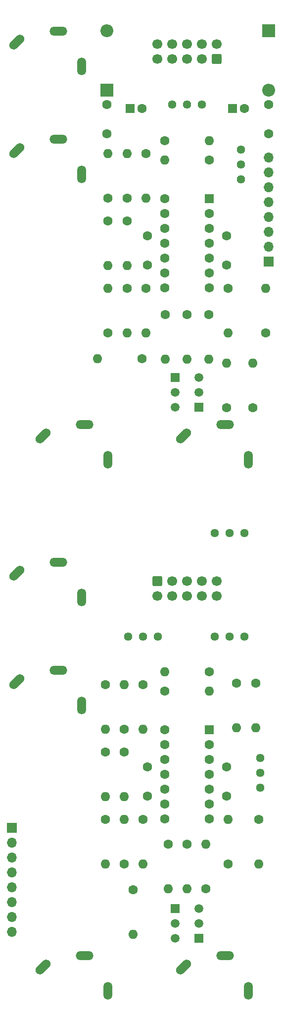
<source format=gbs>
%TF.GenerationSoftware,KiCad,Pcbnew,9.0.0*%
%TF.CreationDate,2025-03-16T11:49:47+01:00*%
%TF.ProjectId,DMH_Transistor_VCA_PCB,444d485f-5472-4616-9e73-6973746f725f,1*%
%TF.SameCoordinates,Original*%
%TF.FileFunction,Soldermask,Bot*%
%TF.FilePolarity,Negative*%
%FSLAX46Y46*%
G04 Gerber Fmt 4.6, Leading zero omitted, Abs format (unit mm)*
G04 Created by KiCad (PCBNEW 9.0.0) date 2025-03-16 11:49:47*
%MOMM*%
%LPD*%
G01*
G04 APERTURE LIST*
G04 Aperture macros list*
%AMRoundRect*
0 Rectangle with rounded corners*
0 $1 Rounding radius*
0 $2 $3 $4 $5 $6 $7 $8 $9 X,Y pos of 4 corners*
0 Add a 4 corners polygon primitive as box body*
4,1,4,$2,$3,$4,$5,$6,$7,$8,$9,$2,$3,0*
0 Add four circle primitives for the rounded corners*
1,1,$1+$1,$2,$3*
1,1,$1+$1,$4,$5*
1,1,$1+$1,$6,$7*
1,1,$1+$1,$8,$9*
0 Add four rect primitives between the rounded corners*
20,1,$1+$1,$2,$3,$4,$5,0*
20,1,$1+$1,$4,$5,$6,$7,0*
20,1,$1+$1,$6,$7,$8,$9,0*
20,1,$1+$1,$8,$9,$2,$3,0*%
%AMHorizOval*
0 Thick line with rounded ends*
0 $1 width*
0 $2 $3 position (X,Y) of the first rounded end (center of the circle)*
0 $4 $5 position (X,Y) of the second rounded end (center of the circle)*
0 Add line between two ends*
20,1,$1,$2,$3,$4,$5,0*
0 Add two circle primitives to create the rounded ends*
1,1,$1,$2,$3*
1,1,$1,$4,$5*%
G04 Aperture macros list end*
%ADD10RoundRect,0.250000X0.550000X0.550000X-0.550000X0.550000X-0.550000X-0.550000X0.550000X-0.550000X0*%
%ADD11C,1.600000*%
%ADD12R,1.700000X1.700000*%
%ADD13O,1.700000X1.700000*%
%ADD14HorizOval,1.508000X-0.533159X-0.533159X0.533159X0.533159X0*%
%ADD15O,1.508000X3.016000*%
%ADD16O,3.016000X1.508000*%
%ADD17O,1.600000X1.600000*%
%ADD18R,2.200000X2.200000*%
%ADD19O,2.200000X2.200000*%
%ADD20R,1.600000X1.600000*%
%ADD21R,1.500000X1.500000*%
%ADD22C,1.500000*%
%ADD23C,1.440000*%
%ADD24RoundRect,0.250000X-0.600000X0.600000X-0.600000X-0.600000X0.600000X-0.600000X0.600000X0.600000X0*%
%ADD25C,1.700000*%
%ADD26RoundRect,0.250000X0.600000X-0.600000X0.600000X0.600000X-0.600000X0.600000X-0.600000X-0.600000X0*%
G04 APERTURE END LIST*
D10*
%TO.C,U1*%
X86800000Y-72875000D03*
D11*
X86800000Y-75415000D03*
X86800000Y-77955000D03*
X86800000Y-80495000D03*
X86800000Y-83035000D03*
X86800000Y-85575000D03*
X86800000Y-88115000D03*
X79180000Y-88115000D03*
X79180000Y-85575000D03*
X79180000Y-83035000D03*
X79180000Y-80495000D03*
X79180000Y-77955000D03*
X79180000Y-75415000D03*
X79180000Y-72875000D03*
%TD*%
D10*
%TO.C,U2*%
X86800000Y-163625000D03*
D11*
X86800000Y-166165000D03*
X86800000Y-168705000D03*
X86800000Y-171245000D03*
X86800000Y-173785000D03*
X86800000Y-176325000D03*
X86800000Y-178865000D03*
X79180000Y-178865000D03*
X79180000Y-176325000D03*
X79180000Y-173785000D03*
X79180000Y-171245000D03*
X79180000Y-168705000D03*
X79180000Y-166165000D03*
X79180000Y-163625000D03*
%TD*%
D12*
%TO.C,J60*%
X53000000Y-180375000D03*
D13*
X53000000Y-182915000D03*
X53000000Y-185455000D03*
X53000000Y-187995000D03*
X53000000Y-190535000D03*
X53000000Y-193075000D03*
X53000000Y-195615000D03*
X53000000Y-198155000D03*
%TD*%
D14*
%TO.C,J1*%
X53903810Y-46153810D03*
D15*
X65000000Y-50250000D03*
D16*
X61000000Y-44250000D03*
%TD*%
D14*
%TO.C,J3*%
X58403810Y-113403810D03*
D15*
X69500000Y-117500000D03*
D16*
X65500000Y-111500000D03*
%TD*%
D14*
%TO.C,J5*%
X53903810Y-136903810D03*
D15*
X65000000Y-141000000D03*
D16*
X61000000Y-135000000D03*
%TD*%
D12*
%TO.C,J50*%
X97000000Y-83620000D03*
D13*
X97000000Y-81080000D03*
X97000000Y-78540000D03*
X97000000Y-76000000D03*
X97000000Y-73460000D03*
X97000000Y-70920000D03*
X97000000Y-68380000D03*
X97000000Y-65840000D03*
%TD*%
D14*
%TO.C,J7*%
X58403810Y-204153810D03*
D15*
X69500000Y-208250000D03*
D16*
X65500000Y-202250000D03*
%TD*%
D14*
%TO.C,J6*%
X53903810Y-155403810D03*
D15*
X65000000Y-159500000D03*
D16*
X61000000Y-153500000D03*
%TD*%
D14*
%TO.C,J8*%
X82403810Y-204153810D03*
D15*
X93500000Y-208250000D03*
D16*
X89500000Y-202250000D03*
%TD*%
D14*
%TO.C,J2*%
X53903810Y-64653810D03*
D15*
X65000000Y-68750000D03*
D16*
X61000000Y-62750000D03*
%TD*%
D14*
%TO.C,J4*%
X82403810Y-113403810D03*
D15*
X93500000Y-117500000D03*
D16*
X89500000Y-111500000D03*
%TD*%
D11*
%TO.C,R26*%
X69000000Y-167440000D03*
D17*
X69000000Y-175060000D03*
%TD*%
D18*
%TO.C,D2*%
X97000000Y-44170000D03*
D19*
X97000000Y-54330000D03*
%TD*%
D20*
%TO.C,C2*%
X90794888Y-57500000D03*
D11*
X92794888Y-57500000D03*
%TD*%
D18*
%TO.C,D1*%
X69250000Y-54330000D03*
D19*
X69250000Y-44170000D03*
%TD*%
D11*
%TO.C,R17*%
X69500000Y-76690000D03*
D17*
X69500000Y-84310000D03*
%TD*%
D11*
%TO.C,R3*%
X86810000Y-66250000D03*
D17*
X79190000Y-66250000D03*
%TD*%
D11*
%TO.C,R25*%
X69000000Y-155940000D03*
D17*
X69000000Y-163560000D03*
%TD*%
D11*
%TO.C,C6*%
X76250000Y-84250000D03*
X76250000Y-79250000D03*
%TD*%
%TO.C,R1*%
X79190000Y-63000000D03*
D17*
X86810000Y-63000000D03*
%TD*%
D21*
%TO.C,Q1*%
X81000000Y-103460000D03*
D22*
X81000000Y-106000000D03*
X81000000Y-108540000D03*
%TD*%
D11*
%TO.C,R32*%
X90000000Y-186560000D03*
D17*
X90000000Y-178940000D03*
%TD*%
D21*
%TO.C,Q2*%
X85050000Y-108550000D03*
D22*
X85050000Y-106010000D03*
X85050000Y-103470000D03*
%TD*%
D11*
%TO.C,C3*%
X69250000Y-56750000D03*
X69250000Y-61750000D03*
%TD*%
%TO.C,R12*%
X86750000Y-92690000D03*
D17*
X86750000Y-100310000D03*
%TD*%
D11*
%TO.C,R42*%
X69000000Y-178940000D03*
D17*
X69000000Y-186560000D03*
%TD*%
D23*
%TO.C,RV8*%
X95500000Y-168460000D03*
X95500000Y-171000000D03*
X95500000Y-173540000D03*
%TD*%
D11*
%TO.C,C7*%
X89750000Y-170000000D03*
X89750000Y-175000000D03*
%TD*%
%TO.C,R41*%
X72250000Y-186560000D03*
D17*
X72250000Y-178940000D03*
%TD*%
D11*
%TO.C,C4*%
X97000000Y-61750000D03*
X97000000Y-56750000D03*
%TD*%
%TO.C,R35*%
X73750000Y-190940000D03*
D17*
X73750000Y-198560000D03*
%TD*%
D11*
%TO.C,C8*%
X76250000Y-175000000D03*
X76250000Y-170000000D03*
%TD*%
%TO.C,R30*%
X72250000Y-163560000D03*
D17*
X72250000Y-155940000D03*
%TD*%
D11*
%TO.C,R36*%
X79750000Y-183190000D03*
D17*
X79750000Y-190810000D03*
%TD*%
D21*
%TO.C,Q3*%
X85050000Y-199290000D03*
D22*
X85050000Y-196750000D03*
X85050000Y-194210000D03*
%TD*%
D11*
%TO.C,R38*%
X95250000Y-178940000D03*
D17*
X95250000Y-186560000D03*
%TD*%
D23*
%TO.C,RV10*%
X92800000Y-130000000D03*
X90260000Y-130000000D03*
X87720000Y-130000000D03*
%TD*%
D11*
%TO.C,R15*%
X89750000Y-108560000D03*
D17*
X89750000Y-100940000D03*
%TD*%
D11*
%TO.C,R4*%
X90000000Y-88190000D03*
D17*
X90000000Y-95810000D03*
%TD*%
D23*
%TO.C,RV12*%
X92790000Y-147750000D03*
X90250000Y-147750000D03*
X87710000Y-147750000D03*
%TD*%
D11*
%TO.C,R31*%
X72250000Y-167440000D03*
D17*
X72250000Y-175060000D03*
%TD*%
D11*
%TO.C,C5*%
X89750000Y-79250000D03*
X89750000Y-84250000D03*
%TD*%
D20*
%TO.C,C1*%
X73294888Y-57500000D03*
D11*
X75294888Y-57500000D03*
%TD*%
%TO.C,R39*%
X75500000Y-178940000D03*
D17*
X75500000Y-186560000D03*
%TD*%
D11*
%TO.C,R7*%
X69500000Y-95810000D03*
D17*
X69500000Y-88190000D03*
%TD*%
D11*
%TO.C,R16*%
X72750000Y-76690000D03*
D17*
X72750000Y-84310000D03*
%TD*%
D23*
%TO.C,RV7*%
X92250000Y-64450000D03*
X92250000Y-66990000D03*
X92250000Y-69530000D03*
%TD*%
%TO.C,RV9*%
X85540000Y-56750000D03*
X83000000Y-56750000D03*
X80460000Y-56750000D03*
%TD*%
D11*
%TO.C,R22*%
X91500000Y-155690000D03*
D17*
X91500000Y-163310000D03*
%TD*%
D11*
%TO.C,R20*%
X72750000Y-72810000D03*
D17*
X72750000Y-65190000D03*
%TD*%
D11*
%TO.C,R6*%
X96500000Y-95810000D03*
D17*
X96500000Y-88190000D03*
%TD*%
D11*
%TO.C,R23*%
X94750000Y-155690000D03*
D17*
X94750000Y-163310000D03*
%TD*%
D24*
%TO.C,J200*%
X77920000Y-138247500D03*
D25*
X80460000Y-138247500D03*
X83000000Y-138247500D03*
X85540000Y-138247500D03*
X88080000Y-138247500D03*
X77920000Y-140787500D03*
X80460000Y-140787500D03*
X83000000Y-140787500D03*
X85540000Y-140787500D03*
X88080000Y-140787500D03*
%TD*%
D11*
%TO.C,R9*%
X72750000Y-88190000D03*
D17*
X72750000Y-95810000D03*
%TD*%
D11*
%TO.C,R10*%
X79250000Y-92690000D03*
D17*
X79250000Y-100310000D03*
%TD*%
D11*
%TO.C,R13*%
X83000000Y-92690000D03*
D17*
X83000000Y-100310000D03*
%TD*%
D11*
%TO.C,R19*%
X69500000Y-72810000D03*
D17*
X69500000Y-65190000D03*
%TD*%
D11*
%TO.C,R14*%
X94250000Y-108560000D03*
D17*
X94250000Y-100940000D03*
%TD*%
D11*
%TO.C,R24*%
X79190000Y-157000000D03*
D17*
X86810000Y-157000000D03*
%TD*%
D11*
%TO.C,R34*%
X83000000Y-183190000D03*
D17*
X83000000Y-190810000D03*
%TD*%
D11*
%TO.C,R11*%
X75310000Y-100250000D03*
D17*
X67690000Y-100250000D03*
%TD*%
D23*
%TO.C,RV11*%
X78040000Y-147750000D03*
X75500000Y-147750000D03*
X72960000Y-147750000D03*
%TD*%
D11*
%TO.C,R33*%
X86250000Y-190810000D03*
D17*
X86250000Y-183190000D03*
%TD*%
D11*
%TO.C,R8*%
X76000000Y-88190000D03*
D17*
X76000000Y-95810000D03*
%TD*%
D26*
%TO.C,J100*%
X88080000Y-49002500D03*
D25*
X88080000Y-46462500D03*
X85540000Y-49002500D03*
X85540000Y-46462500D03*
X83000000Y-49002500D03*
X83000000Y-46462500D03*
X80460000Y-49002500D03*
X80460000Y-46462500D03*
X77920000Y-49002500D03*
X77920000Y-46462500D03*
%TD*%
D11*
%TO.C,R29*%
X75500000Y-155940000D03*
D17*
X75500000Y-163560000D03*
%TD*%
D21*
%TO.C,Q4*%
X81000000Y-194210000D03*
D22*
X81000000Y-196750000D03*
X81000000Y-199290000D03*
%TD*%
D11*
%TO.C,R28*%
X86810000Y-153750000D03*
D17*
X79190000Y-153750000D03*
%TD*%
D11*
%TO.C,R18*%
X76000000Y-65190000D03*
D17*
X76000000Y-72810000D03*
%TD*%
M02*

</source>
